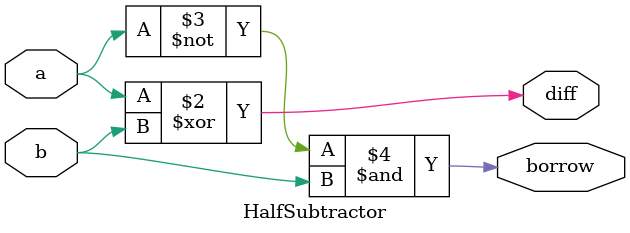
<source format=v>
module HalfSubtractor(a,b,diff, borrow);
  
  input a, b;
  output reg diff, borrow;
  always @(*) begin
  diff <= a^b;
    borrow <= ~a&b;
  end
endmodule
</source>
